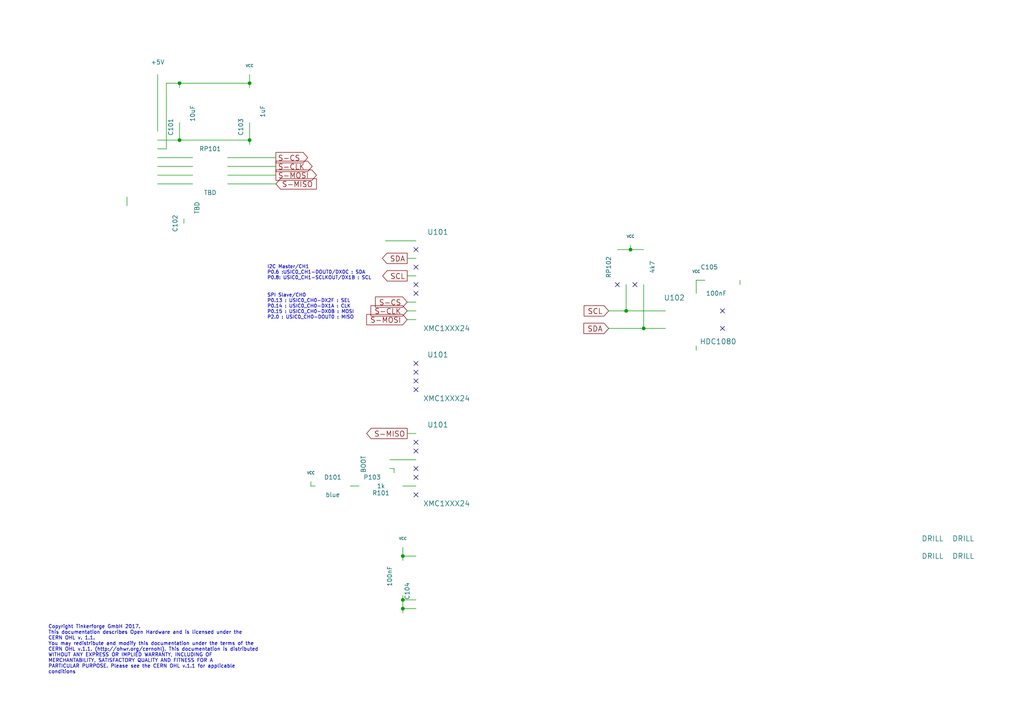
<source format=kicad_sch>
(kicad_sch (version 20230121) (generator eeschema)
  (paper "A4")
  (title_block (title "Humidity Bricklet") (date "2017-04-28") (rev "2.0") (company "Tinkerforge GmbH") (comment 1 "Licensed under CERN OHL v.1.1") (comment 2 "Copyright (©) 2017, B.Nordmeyer <bastian@tinkerforge.com>"))
  (lib_symbols)
  (junction (at 72.39 24.13))
  (junction (at 72.39 40.64))
  (junction (at 116.84 176.53))
  (junction (at 52.07 40.64))
  (junction (at 186.69 95.25))
  (junction (at 52.07 24.13))
  (junction (at 116.84 161.29))
  (junction (at 116.84 173.99))
  (junction (at 182.88 72.39))
  (junction (at 181.61 90.17))
  (no_connect (at 120.65 113.03))
  (no_connect (at 184.15 82.55))
  (no_connect (at 120.65 85.09))
  (no_connect (at 120.65 105.41))
  (no_connect (at 120.65 82.55))
  (no_connect (at 120.65 128.27))
  (no_connect (at 120.65 77.47))
  (no_connect (at 120.65 135.89))
  (no_connect (at 209.55 90.17))
  (no_connect (at 120.65 107.95))
  (no_connect (at 120.65 110.49))
  (no_connect (at 209.55 95.25))
  (no_connect (at 120.65 143.51))
  (no_connect (at 120.65 130.81))
  (no_connect (at 120.65 72.39))
  (no_connect (at 120.65 138.43))
  (no_connect (at 179.07 82.55))
  (wire (pts (xy 45.72 38.1) (xy 45.72 21.59)))
  (wire (pts (xy 116.84 161.29) (xy 116.84 162.56)))
  (wire (pts (xy 116.84 176.53) (xy 116.84 177.8)))
  (wire (pts (xy 45.72 48.26) (xy 55.88 48.26)))
  (wire (pts (xy 214.63 81.28) (xy 214.63 82.55)))
  (wire (pts (xy 52.07 24.13) (xy 52.07 25.4)))
  (wire (pts (xy 182.88 71.12) (xy 182.88 72.39)))
  (wire (pts (xy 72.39 40.64) (xy 72.39 41.91)))
  (wire (pts (xy 201.93 85.09) (xy 201.93 81.28)))
  (wire (pts (xy 120.65 80.01) (xy 118.11 80.01)))
  (wire (pts (xy 120.65 69.85) (xy 111.76 69.85)))
  (wire (pts (xy 45.72 53.34) (xy 55.88 53.34)))
  (wire (pts (xy 52.07 24.13) (xy 72.39 24.13)))
  (wire (pts (xy 72.39 21.59) (xy 72.39 24.13)))
  (wire (pts (xy 45.72 40.64) (xy 52.07 40.64)))
  (wire (pts (xy 186.69 95.25) (xy 193.04 95.25)))
  (wire (pts (xy 116.84 172.72) (xy 116.84 173.99)))
  (wire (pts (xy 80.01 48.26) (xy 66.04 48.26)))
  (wire (pts (xy 116.84 176.53) (xy 120.65 176.53)))
  (wire (pts (xy 120.65 92.71) (xy 118.11 92.71)))
  (wire (pts (xy 118.11 125.73) (xy 120.65 125.73)))
  (wire (pts (xy 182.88 72.39) (xy 186.69 72.39)))
  (wire (pts (xy 179.07 72.39) (xy 182.88 72.39)))
  (wire (pts (xy 116.84 158.75) (xy 116.84 161.29)))
  (wire (pts (xy 53.34 63.5) (xy 53.34 64.77)))
  (wire (pts (xy 45.72 45.72) (xy 55.88 45.72)))
  (wire (pts (xy 48.26 24.13) (xy 52.07 24.13)))
  (wire (pts (xy 80.01 53.34) (xy 66.04 53.34)))
  (wire (pts (xy 120.65 173.99) (xy 116.84 173.99)))
  (wire (pts (xy 48.26 43.18) (xy 48.26 24.13)))
  (wire (pts (xy 91.44 140.97) (xy 90.17 140.97)))
  (wire (pts (xy 36.83 59.69) (xy 36.83 57.15)))
  (wire (pts (xy 120.65 90.17) (xy 118.11 90.17)))
  (wire (pts (xy 118.11 74.93) (xy 120.65 74.93)))
  (wire (pts (xy 176.53 95.25) (xy 186.69 95.25)))
  (wire (pts (xy 181.61 90.17) (xy 193.04 90.17)))
  (wire (pts (xy 116.84 161.29) (xy 120.65 161.29)))
  (wire (pts (xy 72.39 35.56) (xy 72.39 40.64)))
  (wire (pts (xy 113.03 133.35) (xy 120.65 133.35)))
  (wire (pts (xy 116.84 140.97) (xy 120.65 140.97)))
  (wire (pts (xy 52.07 35.56) (xy 52.07 40.64)))
  (wire (pts (xy 114.3 135.89) (xy 114.3 137.16)))
  (wire (pts (xy 45.72 43.18) (xy 48.26 43.18)))
  (wire (pts (xy 201.93 101.6) (xy 201.93 100.33)))
  (wire (pts (xy 201.93 81.28) (xy 204.47 81.28)))
  (wire (pts (xy 72.39 24.13) (xy 72.39 25.4)))
  (wire (pts (xy 66.04 50.8) (xy 80.01 50.8)))
  (wire (pts (xy 186.69 82.55) (xy 186.69 95.25)))
  (wire (pts (xy 116.84 173.99) (xy 116.84 176.53)))
  (wire (pts (xy 66.04 45.72) (xy 80.01 45.72)))
  (wire (pts (xy 45.72 50.8) (xy 55.88 50.8)))
  (wire (pts (xy 118.11 87.63) (xy 120.65 87.63)))
  (wire (pts (xy 176.53 90.17) (xy 181.61 90.17)))
  (wire (pts (xy 52.07 40.64) (xy 72.39 40.64)))
  (wire (pts (xy 104.14 140.97) (xy 101.6 140.97)))
  (wire (pts (xy 181.61 82.55) (xy 181.61 90.17)))
  (wire (pts (xy 90.17 140.97) (xy 90.17 139.7)))
  (wire (pts (xy 113.03 135.89) (xy 114.3 135.89)))
  (text "SPI Slave/CH0\nP0.13 : USIC0_CH0-DX2F : SEL\nP0.14 : USIC0_CH0-DX1A : CLK\nP0.15 : USIC0_CH0-DX0B : MOSI\nP2.0 : USIC0_CH0-DOUT0 : MISO" (at 77.47 92.71 0) (effects (font (size 0.9906 0.9906)) (justify left bottom)))
  (text "I2C Master/CH1\nP0.6 :USIC0_CH1-DOUT0/DX0C : SDA\nP0.8: USIC0_CH1-SCLKOUT/DX1B : SCL" (at 77.47 81.28 0) (effects (font (size 0.9906 0.9906)) (justify left bottom)))
  (text "Copyright Tinkerforge GmbH 2017.\nThis documentation describes Open Hardware and is licensed under the\nCERN OHL v. 1.1.\nYou may redistribute and modify this documentation under the terms of the\nCERN OHL v.1.1. (http://ohwr.org/cernohl). This documentation is distributed\nWITHOUT ANY EXPRESS OR IMPLIED WARRANTY, INCLUDING OF\nMERCHANTABILITY, SATISFACTORY QUALITY AND FITNESS FOR A\nPARTICULAR PURPOSE. Please see the CERN OHL v.1.1 for applicable\nconditions\n" (at 13.97 195.58 0) (effects (font (size 1.016 1.016)) (justify left bottom)))
  (global_label "S-CLK" (shape output) (at 80.01 48.26 0) (effects (font (size 1.524 1.524))) (property "Intersheetrefs" "${INTERSHEET_REFS}" (effects hide)))
  (global_label "S-CS" (shape input) (at 118.11 87.63 180) (effects (font (size 1.524 1.524))) (property "Intersheetrefs" "${INTERSHEET_REFS}" (effects hide)))
  (global_label "S-MISO" (shape input) (at 80.01 53.34 0) (effects (font (size 1.524 1.524))) (property "Intersheetrefs" "${INTERSHEET_REFS}" (effects hide)))
  (global_label "SDA" (shape input) (at 176.53 95.25 180) (effects (font (size 1.524 1.524))) (property "Intersheetrefs" "${INTERSHEET_REFS}" (effects hide)))
  (global_label "S-MOSI" (shape output) (at 80.01 50.8 0) (effects (font (size 1.524 1.524))) (property "Intersheetrefs" "${INTERSHEET_REFS}" (effects hide)))
  (global_label "S-MISO" (shape output) (at 118.11 125.73 180) (effects (font (size 1.524 1.524))) (property "Intersheetrefs" "${INTERSHEET_REFS}" (effects hide)))
  (global_label "S-CS" (shape output) (at 80.01 45.72 0) (effects (font (size 1.524 1.524))) (property "Intersheetrefs" "${INTERSHEET_REFS}" (effects hide)))
  (global_label "SCL" (shape output) (at 118.11 80.01 180) (effects (font (size 1.524 1.524))) (property "Intersheetrefs" "${INTERSHEET_REFS}" (effects hide)))
  (global_label "S-CLK" (shape input) (at 118.11 90.17 180) (effects (font (size 1.524 1.524))) (property "Intersheetrefs" "${INTERSHEET_REFS}" (effects hide)))
  (global_label "SCL" (shape input) (at 176.53 90.17 180) (effects (font (size 1.524 1.524))) (property "Intersheetrefs" "${INTERSHEET_REFS}" (effects hide)))
  (global_label "SDA" (shape output) (at 118.11 74.93 180) (effects (font (size 1.524 1.524))) (property "Intersheetrefs" "${INTERSHEET_REFS}" (effects hide)))
  (global_label "S-MOSI" (shape input) (at 118.11 92.71 180) (effects (font (size 1.524 1.524))) (property "Intersheetrefs" "${INTERSHEET_REFS}" (effects hide)))
  (symbol (lib_id "CON-SENSOR2") (at 36.83 45.72 0) (mirror y) (unit 1)
    (property "Reference" "P101" (at 33.02 35.56 0) (effects (font (size 1.524 1.524))))
    (property "Value" "CON-SENSOR2" (at 33.02 45.72 90) (effects (font (size 1.524 1.524))))
    (property "Footprint" "CON-SENSOR2" (effects hide))
  )
  (symbol (lib_id "GND") (at 36.83 59.69 0) (unit 1)
    (property "Reference" "#PWR101" (effects hide))
    (property "Value" "GND" (effects hide))
  )
  (symbol (lib_id "VCC") (at 72.39 21.59 0) (unit 1)
    (property "Reference" "#PWR104" (effects hide))
    (property "Value" "VCC" (at 72.39 19.05 0) (effects (font (size 0.762 0.762))))
  )
  (symbol (lib_id "DRILL") (at 279.4 156.21 0) (unit 1)
    (property "Reference" "U105" (effects hide))
    (property "Value" "DRILL" (at 279.4 156.21 0) (effects (font (size 1.524 1.524))))
    (property "Footprint" "DRILL_NP" (effects hide))
  )
  (symbol (lib_id "DRILL") (at 279.4 161.29 0) (unit 1)
    (property "Reference" "U106" (effects hide))
    (property "Value" "DRILL" (at 279.4 161.29 0) (effects (font (size 1.524 1.524))))
    (property "Footprint" "DRILL_NP" (effects hide))
  )
  (symbol (lib_id "DRILL") (at 270.51 161.29 0) (unit 1)
    (property "Reference" "U104" (effects hide))
    (property "Value" "DRILL" (at 270.51 161.29 0) (effects (font (size 1.524 1.524))))
    (property "Footprint" "DRILL_NP" (effects hide))
  )
  (symbol (lib_id "DRILL") (at 270.51 156.21 0) (unit 1)
    (property "Reference" "U103" (effects hide))
    (property "Value" "DRILL" (at 270.51 156.21 0) (effects (font (size 1.524 1.524))))
    (property "Footprint" "DRILL_NP" (effects hide))
  )
  (symbol (lib_id "C") (at 52.07 30.48 180) (unit 1)
    (property "Reference" "C101" (at 49.53 34.29 90) (effects (justify left)))
    (property "Value" "10uF" (at 55.88 30.48 90) (effects (justify left)))
    (property "Footprint" "C0805" (effects hide))
  )
  (symbol (lib_id "C") (at 72.39 30.48 180) (unit 1)
    (property "Reference" "C103" (at 69.85 34.29 90) (effects (justify left)))
    (property "Value" "1uF" (at 76.2 30.48 90) (effects (justify left)))
    (property "Footprint" "C0603F" (effects hide))
  )
  (symbol (lib_id "GND") (at 72.39 41.91 0) (unit 1)
    (property "Reference" "#PWR105" (effects hide))
    (property "Value" "GND" (effects hide))
  )
  (symbol (lib_id "C") (at 116.84 167.64 0) (unit 1)
    (property "Reference" "C104" (at 118.11 173.99 90) (effects (justify left)))
    (property "Value" "100nF" (at 113.03 170.18 90) (effects (justify left)))
    (property "Footprint" "C0603F" (effects hide))
  )
  (symbol (lib_id "VCC") (at 116.84 158.75 0) (unit 1)
    (property "Reference" "#PWR108" (effects hide))
    (property "Value" "VCC" (at 116.84 156.21 0) (effects (font (size 0.762 0.762))))
  )
  (symbol (lib_id "GND") (at 116.84 177.8 0) (unit 1)
    (property "Reference" "#PWR109" (effects hide))
    (property "Value" "GND" (effects hide))
  )
  (symbol (lib_id "LED") (at 96.52 140.97 0) (unit 1)
    (property "Reference" "D101" (at 96.52 138.43 0))
    (property "Value" "blue" (at 96.52 143.51 0))
    (property "Footprint" "D0603E" (effects hide))
  )
  (symbol (lib_id "CONN_01X02") (at 107.95 134.62 180) (unit 1)
    (property "Reference" "P103" (at 107.95 138.43 0))
    (property "Value" "BOOT" (at 105.41 134.62 90))
    (property "Footprint" "kicad-libraries:SolderJumper" (effects hide))
  )
  (symbol (lib_id "VCC") (at 90.17 139.7 0) (unit 1)
    (property "Reference" "#PWR106" (effects hide))
    (property "Value" "VCC" (at 90.17 137.16 0) (effects (font (size 0.762 0.762))))
  )
  (symbol (lib_id "GND") (at 114.3 137.16 0) (unit 1)
    (property "Reference" "#PWR107" (effects hide))
    (property "Value" "GND" (effects hide))
  )
  (symbol (lib_id "R") (at 110.49 140.97 270) (unit 1)
    (property "Reference" "R101" (at 110.49 143.002 90))
    (property "Value" "1k" (at 110.49 140.97 90))
    (property "Footprint" "R0603F" (effects hide))
  )
  (symbol (lib_id "XMC1XXX24") (at 129.54 109.22 0) (unit 3)
    (property "Reference" "U101" (at 127 102.87 0) (effects (font (size 1.524 1.524))))
    (property "Value" "XMC1XXX24" (at 129.54 115.57 0) (effects (font (size 1.524 1.524))))
    (property "Footprint" "kicad-libraries:QFN24-4x4mm-0.5mm" (effects hide))
  )
  (symbol (lib_id "XMC1XXX24") (at 129.54 81.28 0) (unit 2)
    (property "Reference" "U101" (at 127 67.31 0) (effects (font (size 1.524 1.524))))
    (property "Value" "XMC1XXX24" (at 129.54 95.25 0) (effects (font (size 1.524 1.524))))
    (property "Footprint" "kicad-libraries:QFN24-4x4mm-0.5mm" (effects hide))
  )
  (symbol (lib_id "XMC1XXX24") (at 129.54 134.62 0) (unit 4)
    (property "Reference" "U101" (at 127 123.19 0) (effects (font (size 1.524 1.524))))
    (property "Value" "XMC1XXX24" (at 129.54 146.05 0) (effects (font (size 1.524 1.524))))
    (property "Footprint" "kicad-libraries:QFN24-4x4mm-0.5mm" (effects hide))
  )
  (symbol (lib_id "XMC1XXX24") (at 129.54 168.91 0) (unit 1)
    (property "Reference" "U101" (at 125.73 158.75 0) (effects (font (size 1.524 1.524))))
    (property "Value" "XMC1XXX24" (at 129.54 179.07 0) (effects (font (size 1.524 1.524))))
    (property "Footprint" "kicad-libraries:QFN24-4x4mm-0.5mm" (effects hide))
  )
  (symbol (lib_id "GND") (at 53.34 64.77 0) (unit 1)
    (property "Reference" "#PWR103" (effects hide))
    (property "Value" "GND" (effects hide))
  )
  (symbol (lib_id "+5V") (at 45.72 21.59 0) (unit 1)
    (property "Reference" "#PWR102" (effects hide))
    (property "Value" "+5V" (at 45.72 18.034 0))
  )
  (symbol (lib_id "VCC") (at 201.93 81.28 0) (unit 1)
    (property "Reference" "#PWR111" (effects hide))
    (property "Value" "VCC" (at 201.93 78.74 0) (effects (font (size 0.762 0.762))))
  )
  (symbol (lib_id "C") (at 209.55 81.28 90) (unit 1)
    (property "Reference" "C105" (at 208.28 77.47 90) (effects (justify left)))
    (property "Value" "100nF" (at 210.82 85.09 90) (effects (justify left)))
    (property "Footprint" "C0603F" (effects hide))
  )
  (symbol (lib_id "GND") (at 201.93 101.6 0) (unit 1)
    (property "Reference" "#PWR112" (effects hide))
    (property "Value" "GND" (effects hide))
  )
  (symbol (lib_id "GND") (at 214.63 82.55 0) (unit 1)
    (property "Reference" "#PWR113" (effects hide))
    (property "Value" "GND" (effects hide))
  )
  (symbol (lib_id "R_PACK4") (at 187.96 77.47 90) (mirror x) (unit 1)
    (property "Reference" "RP102" (at 176.53 77.47 0))
    (property "Value" "4k7" (at 189.23 77.47 0))
    (property "Footprint" "0603X4" (effects hide))
  )
  (symbol (lib_id "VCC") (at 182.88 71.12 0) (unit 1)
    (property "Reference" "#PWR110" (effects hide))
    (property "Value" "VCC" (at 182.88 68.58 0) (effects (font (size 0.762 0.762))))
  )
  (symbol (lib_id "R_PACK4") (at 60.96 54.61 0) (unit 1)
    (property "Reference" "RP101" (at 60.96 43.18 0))
    (property "Value" "TBD" (at 60.96 55.88 0))
    (property "Footprint" "4X0402" (effects hide))
  )
  (symbol (lib_id "C") (at 53.34 58.42 180) (unit 1)
    (property "Reference" "C102" (at 50.8 62.23 90) (effects (justify left)))
    (property "Value" "TBD" (at 57.15 58.42 90) (effects (justify left)))
    (property "Footprint" "C0402E" (effects hide))
  )
  (symbol (lib_id "CONN_01X01") (at 106.68 69.85 180) (unit 1)
    (property "Reference" "P102" (at 107.95 67.31 0))
    (property "Value" "DEBUG" (at 104.14 69.85 90))
    (property "Footprint" "kicad-libraries:DEBUG_PAD" (effects hide))
  )
  (symbol (lib_id "HDC1080") (at 201.93 92.71 0) (unit 1)
    (property "Reference" "U102" (at 195.58 86.36 0) (effects (font (size 1.524 1.524))))
    (property "Value" "HDC1080" (at 208.28 99.06 0) (effects (font (size 1.524 1.524))))
    (property "Footprint" "kicad-libraries:DFN6-30x30" (effects hide))
  )
)
</source>
